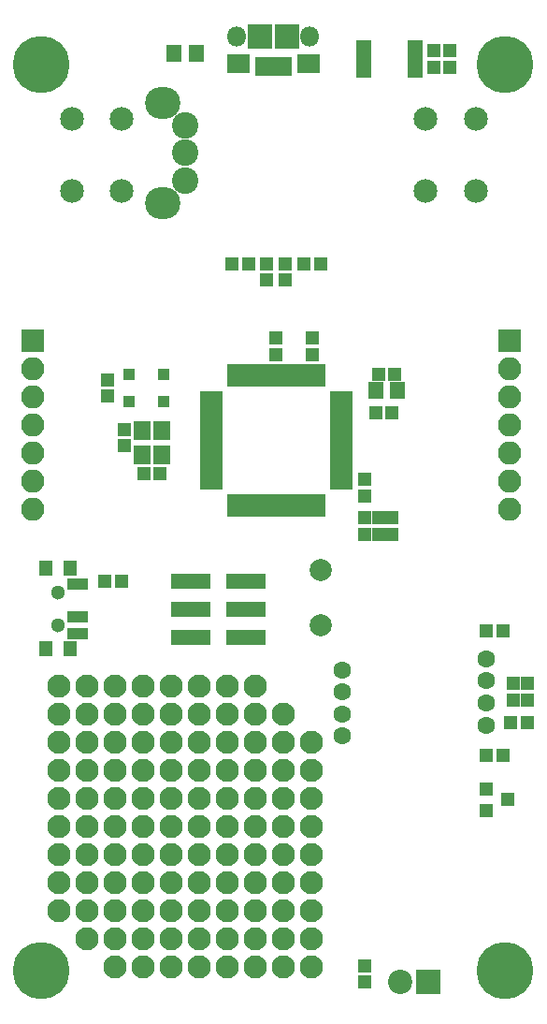
<source format=gbr>
G04 #@! TF.FileFunction,Soldermask,Top*
%FSLAX46Y46*%
G04 Gerber Fmt 4.6, Leading zero omitted, Abs format (unit mm)*
G04 Created by KiCad (PCBNEW 4.0.6) date Sunday, August 26, 2018 'PMt' 12:51:50 PM*
%MOMM*%
%LPD*%
G01*
G04 APERTURE LIST*
%ADD10C,0.100000*%
%ADD11R,1.150000X1.200000*%
%ADD12R,1.200000X1.150000*%
%ADD13R,1.400000X3.400000*%
%ADD14O,1.800000X1.800000*%
%ADD15R,2.300000X2.300000*%
%ADD16R,2.000000X1.800000*%
%ADD17R,0.800000X1.750000*%
%ADD18R,3.550000X1.400000*%
%ADD19R,1.400000X1.650000*%
%ADD20R,1.300000X1.200000*%
%ADD21R,1.000000X1.050000*%
%ADD22R,1.600000X1.800000*%
%ADD23C,2.000000*%
%ADD24C,1.300000*%
%ADD25R,1.900000X1.100000*%
%ADD26R,1.200000X1.400000*%
%ADD27R,0.960000X2.000000*%
%ADD28R,2.000000X0.960000*%
%ADD29R,2.200000X2.200000*%
%ADD30C,2.200000*%
%ADD31C,2.400000*%
%ADD32O,3.200000X2.900000*%
%ADD33R,2.100000X2.100000*%
%ADD34O,2.100000X2.100000*%
%ADD35C,1.600000*%
%ADD36C,5.162500*%
%ADD37C,2.100000*%
%ADD38C,2.150000*%
G04 APERTURE END LIST*
D10*
D11*
X148000000Y-55750000D03*
X148000000Y-57250000D03*
X149500000Y-55750000D03*
X149500000Y-57250000D03*
X155250000Y-114500000D03*
X155250000Y-113000000D03*
X156500000Y-114500000D03*
X156500000Y-113000000D03*
D12*
X154250000Y-108250000D03*
X152750000Y-108250000D03*
D11*
X141750000Y-94500000D03*
X141750000Y-96000000D03*
X137000000Y-81750000D03*
X137000000Y-83250000D03*
D12*
X144500000Y-85000000D03*
X143000000Y-85000000D03*
X121750000Y-94000000D03*
X123250000Y-94000000D03*
D11*
X120000000Y-91500000D03*
X120000000Y-90000000D03*
X133750000Y-81750000D03*
X133750000Y-83250000D03*
D12*
X144250000Y-88500000D03*
X142750000Y-88500000D03*
X129750000Y-75000000D03*
X131250000Y-75000000D03*
X137750000Y-75000000D03*
X136250000Y-75000000D03*
D13*
X141700000Y-56500000D03*
X146300000Y-56500000D03*
D14*
X136800000Y-54500000D03*
D15*
X132300000Y-54500000D03*
D16*
X130300000Y-56950000D03*
D17*
X134800000Y-57175000D03*
X134150000Y-57175000D03*
X132200000Y-57175000D03*
X132850000Y-57175000D03*
X133500000Y-57175000D03*
D16*
X136700000Y-56950000D03*
D15*
X134700000Y-54500000D03*
D14*
X130200000Y-54500000D03*
D18*
X125975000Y-103710000D03*
X131025000Y-103710000D03*
X125975000Y-106250000D03*
X131025000Y-106250000D03*
X125975000Y-108790000D03*
X131025000Y-108790000D03*
D19*
X126500000Y-56000000D03*
X124500000Y-56000000D03*
X142750000Y-86500000D03*
X144750000Y-86500000D03*
D20*
X152750000Y-122550000D03*
X152750000Y-124450000D03*
X154750000Y-123500000D03*
D11*
X132875000Y-75000000D03*
X132875000Y-76500000D03*
X141750000Y-140000000D03*
X141750000Y-138500000D03*
X134550000Y-75000000D03*
X134550000Y-76500000D03*
D12*
X156500000Y-116500000D03*
X155000000Y-116500000D03*
X152750000Y-119500000D03*
X154250000Y-119500000D03*
D11*
X118500000Y-85500000D03*
X118500000Y-87000000D03*
X144250000Y-98000000D03*
X144250000Y-99500000D03*
D21*
X123550000Y-87458000D03*
X120450000Y-87458000D03*
X123550000Y-85042000D03*
X120450000Y-85042000D03*
D22*
X123350000Y-92350000D03*
X123350000Y-90150000D03*
X121650000Y-90150000D03*
X121650000Y-92350000D03*
D23*
X137750000Y-102750000D03*
X137750000Y-107750000D03*
D11*
X141750000Y-98000000D03*
X141750000Y-99500000D03*
D12*
X118250000Y-103750000D03*
X119750000Y-103750000D03*
D11*
X143000000Y-99500000D03*
X143000000Y-98000000D03*
D24*
X114020747Y-107722398D03*
D25*
X115770747Y-108472398D03*
X115770747Y-106972398D03*
X115770747Y-103972398D03*
D24*
X114020747Y-104722398D03*
D26*
X112920747Y-102572398D03*
X115120747Y-102572398D03*
X112920747Y-109872398D03*
X115120747Y-109872398D03*
D27*
X137750000Y-85150000D03*
X136950000Y-85150000D03*
X136150000Y-85150000D03*
X135350000Y-85150000D03*
X134550000Y-85150000D03*
X133750000Y-85150000D03*
X132950000Y-85150000D03*
X132150000Y-85150000D03*
X131350000Y-85150000D03*
X130550000Y-85150000D03*
X129750000Y-85150000D03*
D28*
X127900000Y-87000000D03*
X127900000Y-87800000D03*
X127900000Y-88600000D03*
X127900000Y-89400000D03*
X127900000Y-90200000D03*
X127900000Y-91000000D03*
X127900000Y-91800000D03*
X127900000Y-92600000D03*
X127900000Y-93400000D03*
X127900000Y-94200000D03*
X127900000Y-95000000D03*
D27*
X129750000Y-96850000D03*
X130550000Y-96850000D03*
X131350000Y-96850000D03*
X132150000Y-96850000D03*
X132950000Y-96850000D03*
X133750000Y-96850000D03*
X134550000Y-96850000D03*
X135350000Y-96850000D03*
X136150000Y-96850000D03*
X136950000Y-96850000D03*
X137750000Y-96850000D03*
D28*
X139600000Y-95000000D03*
X139600000Y-94200000D03*
X139600000Y-93400000D03*
X139600000Y-92600000D03*
X139600000Y-91800000D03*
X139600000Y-91000000D03*
X139600000Y-90200000D03*
X139600000Y-89400000D03*
X139600000Y-88600000D03*
X139600000Y-87800000D03*
X139600000Y-87000000D03*
D29*
X147550000Y-139950000D03*
D30*
X145010000Y-139950000D03*
D31*
X125500000Y-65000000D03*
X125500000Y-67500000D03*
X125500000Y-62500000D03*
D32*
X123500000Y-69500000D03*
X123500000Y-60500000D03*
D33*
X111675000Y-81956000D03*
D34*
X111675000Y-84496000D03*
X111675000Y-87036000D03*
X111675000Y-89576000D03*
X111675000Y-92116000D03*
X111675000Y-94656000D03*
X111675000Y-97196000D03*
D33*
X154855000Y-81956000D03*
D34*
X154855000Y-84496000D03*
X154855000Y-87036000D03*
X154855000Y-89576000D03*
X154855000Y-92116000D03*
X154855000Y-94656000D03*
X154855000Y-97196000D03*
D35*
X139750000Y-111750000D03*
X139750000Y-113750000D03*
X139750000Y-115750000D03*
X139750000Y-117750000D03*
X152750000Y-110750000D03*
X152750000Y-112750000D03*
X152750000Y-114750000D03*
X152750000Y-116750000D03*
D36*
X112500000Y-139000000D03*
X154500000Y-139000000D03*
X112500000Y-57000000D03*
X154500000Y-57000000D03*
D37*
X114100000Y-113200000D03*
X116640000Y-113200000D03*
X119180000Y-113200000D03*
X121720000Y-113200000D03*
X124260000Y-113200000D03*
X126800000Y-113200000D03*
X129340000Y-113200000D03*
X131880000Y-113200000D03*
X114100000Y-115740000D03*
X116640000Y-115740000D03*
X119180000Y-115740000D03*
X121720000Y-115740000D03*
X124260000Y-115740000D03*
X126800000Y-115740000D03*
X129340000Y-115740000D03*
X131880000Y-115740000D03*
X134420000Y-115740000D03*
X114100000Y-118280000D03*
X116640000Y-118280000D03*
X119180000Y-118280000D03*
X121720000Y-118280000D03*
X124260000Y-118280000D03*
X126800000Y-118280000D03*
X129340000Y-118280000D03*
X131880000Y-118280000D03*
X134420000Y-118280000D03*
X136960000Y-118280000D03*
X114100000Y-120820000D03*
X116640000Y-120820000D03*
X119180000Y-120820000D03*
X121720000Y-120820000D03*
X124260000Y-120820000D03*
X126800000Y-120820000D03*
X129340000Y-120820000D03*
X131880000Y-120820000D03*
X134420000Y-120820000D03*
X136960000Y-120820000D03*
X114100000Y-123360000D03*
X116640000Y-123360000D03*
X119180000Y-123360000D03*
X121720000Y-123360000D03*
X124260000Y-123360000D03*
X126800000Y-123360000D03*
X129340000Y-123360000D03*
X131880000Y-123360000D03*
X134420000Y-123360000D03*
X136960000Y-123360000D03*
X114100000Y-125900000D03*
X116640000Y-125900000D03*
X119180000Y-125900000D03*
X121720000Y-125900000D03*
X124260000Y-125900000D03*
X126800000Y-125900000D03*
X129340000Y-125900000D03*
X131880000Y-125900000D03*
X134420000Y-125900000D03*
X136960000Y-125900000D03*
X114100000Y-128440000D03*
X116640000Y-128440000D03*
X119180000Y-128440000D03*
X121720000Y-128440000D03*
X124260000Y-128440000D03*
X126800000Y-128440000D03*
X129340000Y-128440000D03*
X131880000Y-128440000D03*
X134420000Y-128440000D03*
X136960000Y-128440000D03*
X114100000Y-130980000D03*
X116640000Y-130980000D03*
X119180000Y-130980000D03*
X121720000Y-130980000D03*
X124260000Y-130980000D03*
X126800000Y-130980000D03*
X129340000Y-130980000D03*
X131880000Y-130980000D03*
X134420000Y-130980000D03*
X136960000Y-130980000D03*
X114100000Y-133520000D03*
X116640000Y-133520000D03*
X119180000Y-133520000D03*
X121720000Y-133520000D03*
X124260000Y-133520000D03*
X126800000Y-133520000D03*
X129340000Y-133520000D03*
X131880000Y-133520000D03*
X134420000Y-133520000D03*
X136960000Y-133520000D03*
X116640000Y-136060000D03*
X119180000Y-136060000D03*
X121720000Y-136060000D03*
X124260000Y-136060000D03*
X126800000Y-136060000D03*
X129340000Y-136060000D03*
X131880000Y-136060000D03*
X134420000Y-136060000D03*
X136960000Y-136060000D03*
X119180000Y-138600000D03*
X121720000Y-138600000D03*
X124260000Y-138600000D03*
X126800000Y-138600000D03*
X129340000Y-138600000D03*
X131880000Y-138600000D03*
X134420000Y-138600000D03*
X136960000Y-138600000D03*
D38*
X119750000Y-61950000D03*
X119750000Y-68450000D03*
X115250000Y-61950000D03*
X115250000Y-68450000D03*
X151800000Y-61950000D03*
X151800000Y-68450000D03*
X147300000Y-61950000D03*
X147300000Y-68450000D03*
M02*

</source>
